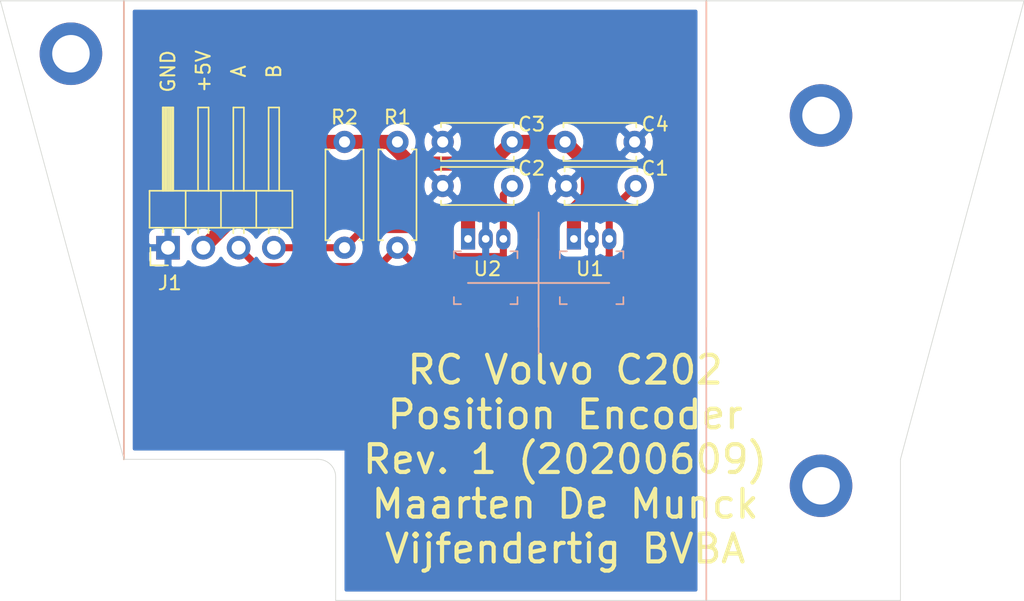
<source format=kicad_pcb>
(kicad_pcb (version 20211014) (generator pcbnew)
  (title_block (title "Earth Rover") (date "2020-06-09") (rev "1") (company "Vijfendertig BVBA") (comment 1 "Maarten De Munck") (comment 2 "Position Encoder"))
  (layers (0 "F.Cu" signal) (31 "B.Cu" signal) (34 "B.Paste" user) (35 "F.Paste" user) (36 "B.SilkS" user "B.Silkscreen") (37 "F.SilkS" user "F.Silkscreen") (38 "B.Mask" user) (39 "F.Mask" user) (44 "Edge.Cuts" user))
  (net 0 "")
  (net 1 "Net-(C1-Pad1)")
  (net 2 "GND")
  (net 3 "Net-(C2-Pad1)")
  (net 4 "+5V")
  (footprint "Connector_PinHeader_2.54mm:PinHeader_1x04_P2.54mm_Horizontal" (layer "F.Cu") (at 85.09 180.34 90)
    (fp_text reference "J1" (at -2.54 0.127 180) (layer "F.SilkS"))
    (fp_text value "Conn_01x04_Male")
    (fp_line (start 1.042929 2.16) (end 1.44 2.16) (layer "F.SilkS") (width 0.12))
    (fp_line (start 1.44 8.95) (end 4.1 8.95) (layer "F.SilkS") (width 0.12))
    (fp_line (start 1.042929 5.46) (end 1.44 5.46) (layer "F.SilkS") (width 0.12))
    (fp_line (start 1.042929 8) (end 1.44 8) (layer "F.SilkS") (width 0.12))
    (fp_line (start 1.11 0.38) (end 1.44 0.38) (layer "F.SilkS") (width 0.12))
    (fp_line (start 4.1 8.95) (end 4.1 -1.33) (layer "F.SilkS") (width 0.12))
    (fp_line (start 1.042929 2.92) (end 1.44 2.92) (layer "F.SilkS") (width 0.12))
    (fp_line (start 4.1 -0.08) (end 10.1 -0.08) (layer "F.SilkS") (width 0.12))
    (fp_line (start 1.11 -0.38) (end 1.44 -0.38) (layer "F.SilkS") (width 0.12))
    (fp_line (start 10.1 2.16) (end 10.1 2.92) (layer "F.SilkS") (width 0.12))
    (fp_line (start 10.1 7.24) (end 10.1 8) (layer "F.SilkS") (width 0.12))
    (fp_line (start 10.1 0.38) (end 4.1 0.38) (layer "F.SilkS") (width 0.12))
    (fp_line (start 10.1 -0.38) (end 10.1 0.38) (layer "F.SilkS") (width 0.12))
    (fp_line (start 4.1 4.7) (end 10.1 4.7) (layer "F.SilkS") (width 0.12))
    (fp_line (start 10.1 8) (end 4.1 8) (layer "F.SilkS") (width 0.12))
    (fp_line (start 4.1 -0.32) (end 10.1 -0.32) (layer "F.SilkS") (width 0.12))
    (fp_line (start 4.1 0.04) (end 10.1 0.04) (layer "F.SilkS") (width 0.12))
    (fp_line (start 1.44 1.27) (end 4.1 1.27) (layer "F.SilkS") (width 0.12))
    (fp_line (start 4.1 -1.33) (end 1.44 -1.33) (layer "F.SilkS") (width 0.12))
    (fp_line (start 4.1 0.16) (end 10.1 0.16) (layer "F.SilkS") (width 0.12))
    (fp_line (start -1.27 0) (end -1.27 -1.27) (layer "F.SilkS") (width 0.12))
    (fp_line (start 4.1 7.24) (end 10.1 7.24) (layer "F.SilkS") (width 0.12))
    (fp_line (start 10.1 5.46) (end 4.1 5.46) (layer "F.SilkS") (width 0.12))
    (fp_line (start 4.1 -0.38) (end 10.1 -0.38) (layer "F.SilkS") (width 0.12))
    (fp_line (start 1.44 -1.33) (end 1.44 8.95) (layer "F.SilkS") (width 0.12))
    (fp_line (start -1.27 -1.27) (end 0 -1.27) (layer "F.SilkS") (width 0.12))
    (fp_line (start 10.1 4.7) (end 10.1 5.46) (layer "F.SilkS") (width 0.12))
    (fp_line (start 4.1 2.16) (end 10.1 2.16) (layer "F.SilkS") (width 0.12))
    (fp_line (start 1.042929 7.24) (end 1.44 7.24) (layer "F.SilkS") (width 0.12))
    (fp_line (start 1.042929 4.7) (end 1.44 4.7) (layer "F.SilkS") (width 0.12))
    (fp_line (start 1.44 3.81) (end 4.1 3.81) (layer "F.SilkS") (width 0.12))
    (fp_line (start 4.1 0.28) (end 10.1 0.28) (layer "F.SilkS") (width 0.12))
    (fp_line (start 1.44 6.35) (end 4.1 6.35) (layer "F.SilkS") (width 0.12))
    (fp_line (start 10.1 2.92) (end 4.1 2.92) (layer "F.SilkS") (width 0.12))
    (fp_line (start 4.1 -0.2) (end 10.1 -0.2) (layer "F.SilkS") (width 0.12))
    (pad "1" thru_hole rect locked (at 0 0 90) (size 1.7 1.7) (drill 1) (layers *.Cu *.Mask) (net 2 "GND"))
    (pad "2" thru_hole oval locked (at 0 2.54 90) (size 1.7 1.7) (drill 1) (layers *.Cu *.Mask) (net 4 "+5V"))
    (pad "3" thru_hole oval locked (at 0 5.08 90) (size 1.7 1.7) (drill 1) (layers *.Cu *.Mask) (net 1 "Net-(C1-Pad1)"))
    (pad "4" thru_hole oval locked (at 0 7.62 90) (size 1.7 1.7) (drill 1) (layers *.Cu *.Mask) (net 3 "Net-(C2-Pad1)"))
  )
  (footprint "Resistor_THT:R_Axial_DIN0207_L6.3mm_D2.5mm_P7.62mm_Horizontal" (layer "F.Cu") (at 101.6 172.72 -90)
    (fp_text reference "R1" (at -1.778 0 180) (layer "F.SilkS"))
    (fp_text value "10kΩ")
    (fp_line (start 7.08 1.37) (end 7.08 1.04) (layer "F.SilkS") (width 0.12))
    (fp_line (start 0.54 -1.04) (end 0.54 -1.37) (layer "F.SilkS") (width 0.12))
    (fp_line (start 0.54 1.37) (end 7.08 1.37) (layer "F.SilkS") (width 0.12))
    (fp_line (start 7.08 -1.37) (end 7.08 -1.04) (layer "F.SilkS") (width 0.12))
    (fp_line (start 0.54 1.04) (end 0.54 1.37) (layer "F.SilkS") (width 0.12))
    (fp_line (start 0.54 -1.37) (end 7.08 -1.37) (layer "F.SilkS") (width 0.12))
    (pad "1" thru_hole circle locked (at 0 0 270) (size 1.6 1.6) (drill 0.8) (layers *.Cu *.Mask) (net 4 "+5V"))
    (pad "2" thru_hole oval locked (at 7.62 0 270) (size 1.6 1.6) (drill 0.8) (layers *.Cu *.Mask) (net 1 "Net-(C1-Pad1)"))
  )
  (footprint "Capacitor_THT:C_Disc_D5.0mm_W2.5mm_P5.00mm" (layer "F.Cu") (at 118.745 175.895 180)
    (fp_text reference "C1" (at -1.397 1.27) (layer "F.SilkS"))
    (fp_text value "4.7nF")
    (fp_line (start 5.12 -1.37) (end 5.12 -1.055) (layer "F.SilkS") (width 0.12))
    (fp_line (start -0.12 -1.37) (end 5.12 -1.37) (layer "F.SilkS") (width 0.12))
    (fp_line (start -0.12 1.055) (end -0.12 1.37) (layer "F.SilkS") (width 0.12))
    (fp_line (start 5.12 1.055) (end 5.12 1.37) (layer "F.SilkS") (width 0.12))
    (fp_line (start -0.12 1.37) (end 5.12 1.37) (layer "F.SilkS") (width 0.12))
    (fp_line (start -0.12 -1.37) (end -0.12 -1.055) (layer "F.SilkS") (width 0.12))
    (pad "1" thru_hole circle locked (at 0 0 180) (size 1.6 1.6) (drill 0.8) (layers *.Cu *.Mask) (net 1 "Net-(C1-Pad1)"))
    (pad "2" thru_hole circle locked (at 5 0 180) (size 1.6 1.6) (drill 0.8) (layers *.Cu *.Mask) (net 2 "GND"))
  )
  (footprint "earth-rover-custom-footprints:PG-SSO-3-2_W2.54mm_Horizontal_Down" (layer "F.Cu") (at 106.68 179.705 90)
    (fp_text reference "U2" (at -2.159 1.397 180) (layer "F.SilkS"))
    (fp_text value "TLE4905L")
    (fp_line (start -0.889 -1.016) (end -0.889 -0.508) (layer "B.SilkS") (width 0.12))
    (fp_line (start -0.889 3.556) (end -1.397 3.556) (layer "B.SilkS") (width 0.12))
    (fp_line (start -4.699 -1.016) (end -4.191 -1.016) (layer "B.SilkS") (width 0.12))
    (fp_line (start -4.699 3.556) (end -4.699 3.048) (layer "B.SilkS") (width 0.12))
    (fp_line (start -1.397 -1.016) (end -0.889 -1.016) (layer "B.SilkS") (width 0.12))
    (fp_line (start -4.699 -0.508) (end -4.699 -1.016) (layer "B.SilkS") (width 0.12))
    (fp_line (start -0.889 3.048) (end -0.889 3.556) (layer "B.SilkS") (width 0.12))
    (fp_line (start -4.191 3.556) (end -4.699 3.556) (layer "B.SilkS") (width 0.12))
    (pad "1" thru_hole rect locked (at 0 0 90) (size 1.524 1.016) (drill 0.55) (layers *.Cu *.Mask) (net 4 "+5V"))
    (pad "2" thru_hole oval locked (at 0 1.27 90) (size 1.524 1.016) (drill 0.55) (layers *.Cu *.Mask) (net 2 "GND"))
    (pad "3" thru_hole oval locked (at 0 2.54 90) (size 1.524 1.016) (drill 0.55) (layers *.Cu *.Mask) (net 3 "Net-(C2-Pad1)"))
  )
  (footprint "earth-rover-custom-footprints:PG-SSO-3-2_W2.54mm_Horizontal_Down" (layer "F.Cu") (at 114.3 179.705 90)
    (fp_text reference "U1" (at -2.159 1.143) (layer "F.SilkS"))
    (fp_text value "TLE4905L")
    (fp_line (start -1.397 -1.016) (end -0.889 -1.016) (layer "B.SilkS") (width 0.12))
    (fp_line (start -4.699 3.556) (end -4.699 3.048) (layer "B.SilkS") (width 0.12))
    (fp_line (start -0.889 -1.016) (end -0.889 -0.508) (layer "B.SilkS") (width 0.12))
    (fp_line (start -0.889 3.556) (end -1.397 3.556) (layer "B.SilkS") (width 0.12))
    (fp_line (start -4.191 3.556) (end -4.699 3.556) (layer "B.SilkS") (width 0.12))
    (fp_line (start -4.699 -0.508) (end -4.699 -1.016) (layer "B.SilkS") (width 0.12))
    (fp_line (start -4.699 -1.016) (end -4.191 -1.016) (layer "B.SilkS") (width 0.12))
    (fp_line (start -0.889 3.048) (end -0.889 3.556) (layer "B.SilkS") (width 0.12))
    (pad "1" thru_hole rect locked (at 0 0 90) (size 1.524 1.016) (drill 0.55) (layers *.Cu *.Mask) (net 4 "+5V"))
    (pad "2" thru_hole oval locked (at 0 1.27 90) (size 1.524 1.016) (drill 0.55) (layers *.Cu *.Mask) (net 2 "GND"))
    (pad "3" thru_hole oval locked (at 0 2.54 90) (size 1.524 1.016) (drill 0.55) (layers *.Cu *.Mask) (net 1 "Net-(C1-Pad1)"))
  )
  (footprint "Resistor_THT:R_Axial_DIN0207_L6.3mm_D2.5mm_P7.62mm_Horizontal" (layer "F.Cu") (at 97.79 172.72 -90)
    (fp_text reference "R2" (at -1.778 0 180) (layer "F.SilkS"))
    (fp_text value "10kΩ")
    (fp_line (start 0.54 -1.37) (end 7.08 -1.37) (layer "F.SilkS") (width 0.12))
    (fp_line (start 0.54 1.04) (end 0.54 1.37) (layer "F.SilkS") (width 0.12))
    (fp_line (start 0.54 -1.04) (end 0.54 -1.37) (layer "F.SilkS") (width 0.12))
    (fp_line (start 7.08 1.37) (end 7.08 1.04) (layer "F.SilkS") (width 0.12))
    (fp_line (start 0.54 1.37) (end 7.08 1.37) (layer "F.SilkS") (width 0.12))
    (fp_line (start 7.08 -1.37) (end 7.08 -1.04) (layer "F.SilkS") (width 0.12))
    (pad "1" thru_hole circle locked (at 0 0 270) (size 1.6 1.6) (drill 0.8) (layers *.Cu *.Mask) (net 4 "+5V"))
    (pad "2" thru_hole oval locked (at 7.62 0 270) (size 1.6 1.6) (drill 0.8) (layers *.Cu *.Mask) (net 3 "Net-(C2-Pad1)"))
  )
  (footprint "Capacitor_THT:C_Disc_D5.0mm_W2.5mm_P5.00mm" (layer "F.Cu") (at 109.855 172.72 180)
    (fp_text reference "C3" (at -1.397 1.27) (layer "F.SilkS"))
    (fp_text value "4.7nF")
    (fp_line (start -0.12 -1.37) (end 5.12 -1.37) (layer "F.SilkS") (width 0.12))
    (fp_line (start -0.12 1.055) (end -0.12 1.37) (layer "F.SilkS") (width 0.12))
    (fp_line (start -0.12 -1.37) (end -0.12 -1.055) (layer "F.SilkS") (width 0.12))
    (fp_line (start 5.12 1.055) (end 5.12 1.37) (layer "F.SilkS") (width 0.12))
    (fp_line (start -0.12 1.37) (end 5.12 1.37) (layer "F.SilkS") (width 0.12))
    (fp_line (start 5.12 -1.37) (end 5.12 -1.055) (layer "F.SilkS") (width 0.12))
    (pad "1" thru_hole circle locked (at 0 0 180) (size 1.6 1.6) (drill 0.8) (layers *.Cu *.Mask) (net 4 "+5V"))
    (pad "2" thru_hole circle locked (at 5 0 180) (size 1.6 1.6) (drill 0.8) (layers *.Cu *.Mask) (net 2 "GND"))
  )
  (footprint "Capacitor_THT:C_Disc_D5.0mm_W2.5mm_P5.00mm" (layer "F.Cu") (at 113.665 172.72)
    (fp_text reference "C4" (at 6.477 -1.27) (layer "F.SilkS"))
    (fp_text value "4.7nF")
    (fp_line (start -0.12 -1.37) (end 5.12 -1.37) (layer "F.SilkS") (width 0.12))
    (fp_line (start 5.12 1.055) (end 5.12 1.37) (layer "F.SilkS") (width 0.12))
    (fp_line (start -0.12 -1.37) (end -0.12 -1.055) (layer "F.SilkS") (width 0.12))
    (fp_line (start -0.12 1.055) (end -0.12 1.37) (layer "F.SilkS") (width 0.12))
    (fp_line (start 5.12 -1.37) (end 5.12 -1.055) (layer "F.SilkS") (width 0.12))
    (fp_line (start -0.12 1.37) (end 5.12 1.37) (layer "F.SilkS") (width 0.12))
    (pad "1" thru_hole circle locked (at 0 0) (size 1.6 1.6) (drill 0.8) (layers *.Cu *.Mask) (net 4 "+5V"))
    (pad "2" thru_hole circle locked (at 5 0) (size 1.6 1.6) (drill 0.8) (layers *.Cu *.Mask) (net 2 "GND"))
  )
  (footprint "Capacitor_THT:C_Disc_D5.0mm_W2.5mm_P5.00mm" (layer "F.Cu") (at 109.855 175.895 180)
    (fp_text reference "C2" (at -1.397 1.27) (layer "F.SilkS"))
    (fp_text value "4.7nF")
    (fp_line (start -0.12 1.37) (end 5.12 1.37) (layer "F.SilkS") (width 0.12))
    (fp_line (start -0.12 -1.37) (end -0.12 -1.055) (layer "F.SilkS") (width 0.12))
    (fp_line (start -0.12 1.055) (end -0.12 1.37) (layer "F.SilkS") (width 0.12))
    (fp_line (start -0.12 -1.37) (end 5.12 -1.37) (layer "F.SilkS") (width 0.12))
    (fp_line (start 5.12 1.055) (end 5.12 1.37) (layer "F.SilkS") (width 0.12))
    (fp_line (start 5.12 -1.37) (end 5.12 -1.055) (layer "F.SilkS") (width 0.12))
    (pad "1" thru_hole circle locked (at 0 0 180) (size 1.6 1.6) (drill 0.8) (layers *.Cu *.Mask) (net 3 "Net-(C2-Pad1)"))
    (pad "2" thru_hole circle locked (at 5 0 180) (size 1.6 1.6) (drill 0.8) (layers *.Cu *.Mask) (net 2 "GND"))
  )
  (footprint "MountingHole:MountingHole_2.7mm_M2.5_ISO14580_Pad" (layer "F.Cu") (at 78.105 166.37)
    (fp_text reference "REF**" hide)
    (fp_text value "MountingHole_2.7mm_M2.5_ISO14580_Pad" hide)
    (pad "1" thru_hole circle locked (at 0 0) (size 4.5 4.5) (drill 2.7) (layers *.Cu *.Mask))
  )
  (footprint "MountingHole:MountingHole_2.7mm_M2.5_ISO14580_Pad" (layer "F.Cu") (at 132.08 170.815)
    (fp_text reference "REF**" hide)
    (fp_text value "MountingHole_2.7mm_M2.5_ISO14580_Pad" hide)
    (pad "1" thru_hole circle locked (at 0 0) (size 4.5 4.5) (drill 2.7) (layers *.Cu *.Mask))
  )
  (footprint "MountingHole:MountingHole_2.7mm_M2.5_ISO14580_Pad" (layer "F.Cu") (at 132.08 197.485)
    (fp_text reference "REF**" hide)
    (fp_text value "MountingHole_2.7mm_M2.5_ISO14580_Pad" hide)
    (pad "1" thru_hole circle locked (at 0 0) (size 4.5 4.5) (drill 2.7) (layers *.Cu *.Mask))
  )
  (gr_line (start 111.76 177.8) (end 111.76 187.96) (layer "B.SilkS") (width 0.12))
  (gr_line (start 81.915 162.56) (end 81.915 195.58) (layer "B.SilkS") (width 0.12))
  (gr_line (start 106.68 182.88) (end 116.84 182.88) (layer "B.SilkS") (width 0.12))
  (gr_line (start 123.825 162.56) (end 123.825 205.74) (layer "B.SilkS") (width 0.12))
  (gr_line (start 123.825 162.56) (end 123.825 186.055) (layer "F.SilkS") (width 0.12))
  (gr_line (start 106.68 182.88) (end 116.84 182.88) (layer "F.SilkS") (width 0.12))
  (gr_line (start 81.915 195.58) (end 81.915 162.56) (layer "F.SilkS") (width 0.12))
  (gr_line (start 111.76 179.705) (end 111.76 186.055) (layer "F.SilkS") (width 0.12))
  (gr_line (start 137.795 195.58) (end 137.795 205.74) (layer "Edge.Cuts") (width 0.05))
  (gr_line (start 73.025 162.56) (end 81.915 195.58) (layer "Edge.Cuts") (width 0.05))
  (gr_line (start 137.795 195.58) (end 146.685 162.56) (layer "Edge.Cuts") (width 0.05))
  (gr_line (start 81.915 195.58) (end 95.885 195.58) (layer "Edge.Cuts") (width 0.05))
  (gr_line (start 97.155 205.74) (end 137.795 205.74) (layer "Edge.Cuts") (width 0.05))
  (gr_line (start 97.155 196.85) (end 97.155 205.74) (layer "Edge.Cuts") (width 0.05))
  (gr_line (start 146.685 162.56) (end 73.025 162.56) (layer "Edge.Cuts") (width 0.05))
  (gr_arc (start 95.885 195.58) (mid 96.783026 195.951974) (end 97.155 196.85) (layer "Edge.Cuts") (width 0.05))
  (gr_text "B" (at 92.71 167.64 90) (layer "F.SilkS") (effects (font (size 1 1))))
  (gr_text "+5V" (at 87.63 167.64 90) (layer "F.SilkS") (effects (font (size 1 1))))
  (gr_text "GND" (at 85.09 167.64 90) (layer "F.SilkS") (effects (font (size 1 1))))
  (gr_text "A" (at 90.17 167.64 90) (layer "F.SilkS") (effects (font (size 1 1))))
  (gr_text "RC Volvo C202\nPosition Encoder\nRev. 1 (20200609)\nMaarten De Munck\nVijfendertig BVBA" (at 113.665 195.58) (layer "F.SilkS") (effects (font (size 2 2) (thickness 0.3))))
  (segment (start 116.84 177.8) (end 118.745 175.895) (width 0.508) (layer "F.Cu") (net 1))
  (segment (start 90.17 180.34) (end 91.528001 181.698001) (width 0.508) (layer "F.Cu") (net 1))
  (segment (start 91.528001 181.698001) (end 100.241999 181.698001) (width 0.508) (layer "F.Cu") (net 1))
  (segment (start 116.84 179.705) (end 116.84 177.8) (width 0.508) (layer "F.Cu") (net 1))
  (segment (start 100.241999 181.698001) (end 101.6 180.34) (width 0.508) (layer "F.Cu") (net 1))
  (segment (start 116.07798 181.73702) (end 116.84 180.975) (width 0.508) (layer "F.Cu") (net 1))
  (segment (start 102.99702 181.73702) (end 116.07798 181.73702) (width 0.508) (layer "F.Cu") (net 1))
  (segment (start 116.84 180.975) (end 116.84 179.705) (width 0.508) (layer "F.Cu") (net 1))
  (segment (start 101.6 180.34) (end 102.99702 181.73702) (width 0.508) (layer "F.Cu") (net 1))
  (segment (start 105.765608 180.97501) (end 109.21999 180.97501) (width 0.508) (layer "F.Cu") (net 3))
  (segment (start 109.22 180.975) (end 109.22 179.705) (width 0.508) (layer "F.Cu") (net 3))
  (segment (start 103.822597 179.031999) (end 105.765608 180.97501) (width 0.508) (layer "F.Cu") (net 3))
  (segment (start 92.71 180.34) (end 97.79 180.34) (width 0.508) (layer "F.Cu") (net 3))
  (segment (start 109.22 176.53) (end 109.855 175.895) (width 0.508) (layer "F.Cu") (net 3))
  (segment (start 97.79 180.34) (end 99.098001 179.031999) (width 0.508) (layer "F.Cu") (net 3))
  (segment (start 109.22 179.705) (end 109.22 176.53) (width 0.508) (layer "F.Cu") (net 3))
  (segment (start 99.098001 179.031999) (end 103.822597 179.031999) (width 0.508) (layer "F.Cu") (net 3))
  (segment (start 109.21999 180.97501) (end 109.22 180.975) (width 0.508) (layer "F.Cu") (net 3))
  (segment (start 107.607001 174.282001) (end 108.292999 174.282001) (width 1.016) (layer "F.Cu") (net 4))
  (segment (start 95.25 172.72) (end 97.155 172.72) (width 1.016) (layer "F.Cu") (net 4))
  (segment (start 106.68 175.895) (end 106.68 175.26) (width 1.016) (layer "F.Cu") (net 4))
  (segment (start 106.68 174.625) (end 107.022999 174.282001) (width 1.016) (layer "F.Cu") (net 4))
  (segment (start 108.292999 174.282001) (end 109.855 172.72) (width 1.016) (layer "F.Cu") (net 4))
  (segment (start 102.527001 174.282001) (end 105.752999 174.282001) (width 1.016) (layer "F.Cu") (net 4))
  (segment (start 97.155 172.72) (end 100.965 172.72) (width 1.016) (layer "F.Cu") (net 4))
  (segment (start 114.3 177.651762) (end 115.307001 176.644761) (width 1.016) (layer "F.Cu") (net 4))
  (segment (start 106.68 175.209002) (end 105.752999 174.282001) (width 1.016) (layer "F.Cu") (net 4))
  (segment (start 115.307001 174.362001) (end 113.665 172.72) (width 1.016) (layer "F.Cu") (net 4))
  (segment (start 105.752999 174.282001) (end 107.022999 174.282001) (width 1.016) (layer "F.Cu") (net 4))
  (segment (start 106.68 175.209002) (end 107.607001 174.282001) (width 1.016) (layer "F.Cu") (net 4))
  (segment (start 106.68 175.26) (end 106.68 175.209002) (width 1.016) (layer "F.Cu") (net 4))
  (segment (start 100.965 172.72) (end 102.527001 174.282001) (width 1.016) (layer "F.Cu") (net 4))
  (segment (start 106.68 175.26) (end 106.68 174.625) (width 1.016) (layer "F.Cu") (net 4))
  (segment (start 114.3 179.705) (end 114.3 177.651762) (width 1.016) (layer "F.Cu") (net 4))
  (segment (start 106.68 179.705) (end 106.68 175.895) (width 1.016) (layer "F.Cu") (net 4))
  (segment (start 107.022999 174.282001) (end 107.607001 174.282001) (width 1.016) (layer "F.Cu") (net 4))
  (segment (start 115.307001 176.644761) (end 115.307001 174.362001) (width 1.016) (layer "F.Cu") (net 4))
  (segment (start 87.63 180.34) (end 95.25 172.72) (width 1.016) (layer "F.Cu") (net 4))
  (segment (start 109.855 172.72) (end 113.665 172.72) (width 1.016) (layer "F.Cu") (net 4))
  (segment (start 106.68 175.895) (end 106.68 175.209002) (width 1.016) (layer "F.Cu") (net 4))
  (zone (net 2) (net_name "GND") (layer "B.Cu") (connect_pads (clearance 0.508)) (min_thickness 0.254) (fill yes (thermal_gap 0.508) (thermal_bridge_width 0.508))
    (polygon (pts (xy 123.19 205.105) (xy 97.79 205.105) (xy 97.79 194.945) (xy 82.55 194.945) (xy 82.55 163.195) (xy 123.19 163.195)))
  )
)
</source>
